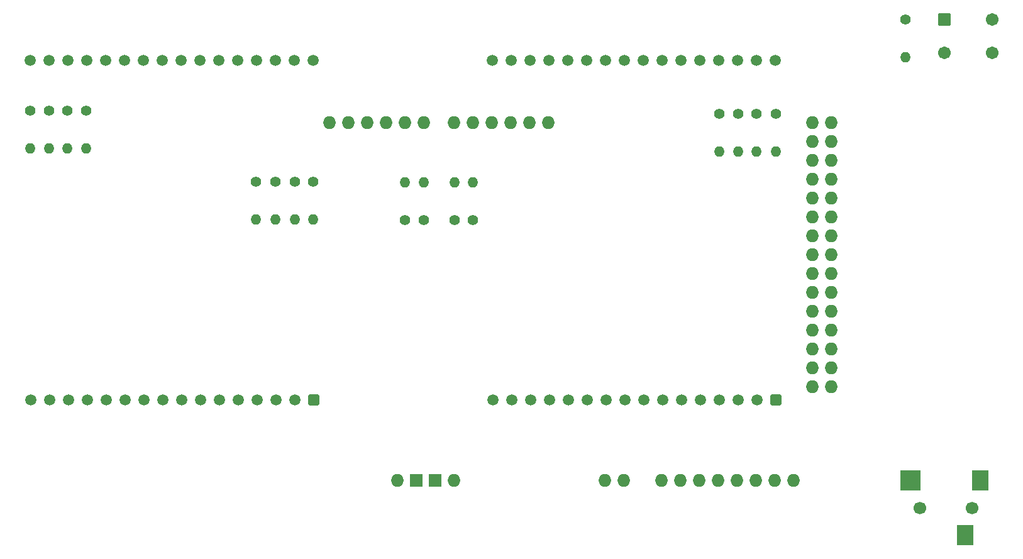
<source format=gbr>
%TF.GenerationSoftware,KiCad,Pcbnew,8.0.2*%
%TF.CreationDate,2024-05-10T09:20:42-04:00*%
%TF.ProjectId,Anastasiya Volgina - PCB Design,416e6173-7461-4736-9979-6120566f6c67,rev?*%
%TF.SameCoordinates,Original*%
%TF.FileFunction,Soldermask,Top*%
%TF.FilePolarity,Negative*%
%FSLAX46Y46*%
G04 Gerber Fmt 4.6, Leading zero omitted, Abs format (unit mm)*
G04 Created by KiCad (PCBNEW 8.0.2) date 2024-05-10 09:20:42*
%MOMM*%
%LPD*%
G01*
G04 APERTURE LIST*
G04 Aperture macros list*
%AMRoundRect*
0 Rectangle with rounded corners*
0 $1 Rounding radius*
0 $2 $3 $4 $5 $6 $7 $8 $9 X,Y pos of 4 corners*
0 Add a 4 corners polygon primitive as box body*
4,1,4,$2,$3,$4,$5,$6,$7,$8,$9,$2,$3,0*
0 Add four circle primitives for the rounded corners*
1,1,$1+$1,$2,$3*
1,1,$1+$1,$4,$5*
1,1,$1+$1,$6,$7*
1,1,$1+$1,$8,$9*
0 Add four rect primitives between the rounded corners*
20,1,$1+$1,$2,$3,$4,$5,0*
20,1,$1+$1,$4,$5,$6,$7,0*
20,1,$1+$1,$6,$7,$8,$9,0*
20,1,$1+$1,$8,$9,$2,$3,0*%
G04 Aperture macros list end*
%ADD10C,1.400000*%
%ADD11O,1.400000X1.400000*%
%ADD12C,1.700000*%
%ADD13R,2.200000X2.800000*%
%ADD14R,2.800000X2.800000*%
%ADD15RoundRect,0.250000X-0.500000X-0.500000X0.500000X-0.500000X0.500000X0.500000X-0.500000X0.500000X0*%
%ADD16C,1.500000*%
%ADD17RoundRect,0.102000X-0.749000X-0.749000X0.749000X-0.749000X0.749000X0.749000X-0.749000X0.749000X0*%
%ADD18C,1.702000*%
%ADD19O,1.727200X1.727200*%
%ADD20R,1.727200X1.727200*%
G04 APERTURE END LIST*
D10*
%TO.C,R6*%
X225500000Y-105460000D03*
D11*
X225500000Y-110540000D03*
%TD*%
D10*
%TO.C,R17*%
X248000000Y-92760000D03*
D11*
X248000000Y-97840000D03*
%TD*%
D10*
%TO.C,R15*%
X165800000Y-114620000D03*
D11*
X165800000Y-119700000D03*
%TD*%
D12*
%TO.C,J1*%
X257000000Y-158500000D03*
X250000000Y-158500000D03*
D13*
X256100000Y-162200000D03*
X258100000Y-154800000D03*
D14*
X248700000Y-154800000D03*
%TD*%
D10*
%TO.C,R9*%
X130200000Y-105000000D03*
D11*
X130200000Y-110080000D03*
%TD*%
D10*
%TO.C,R11*%
X135200000Y-105000000D03*
D11*
X135200000Y-110080000D03*
%TD*%
D10*
%TO.C,R8*%
X230600000Y-105460000D03*
D11*
X230600000Y-110540000D03*
%TD*%
D10*
%TO.C,R1*%
X180600000Y-119740000D03*
D11*
X180600000Y-114660000D03*
%TD*%
D10*
%TO.C,R3*%
X187300000Y-119780000D03*
D11*
X187300000Y-114700000D03*
%TD*%
D15*
%TO.C,D2*%
X168340000Y-144000000D03*
D16*
X165800000Y-144000000D03*
X163260000Y-144000000D03*
X160720000Y-144000000D03*
X158180000Y-144000000D03*
X155640000Y-144000000D03*
X153100000Y-144000000D03*
X150560000Y-144000000D03*
X148020000Y-144000000D03*
X145480000Y-144000000D03*
X142940000Y-144000000D03*
X140400000Y-144000000D03*
X137860000Y-144000000D03*
X135320000Y-144000000D03*
X132780000Y-144000000D03*
X130240000Y-144000000D03*
X130145037Y-98279543D03*
X132685037Y-98279543D03*
X135225037Y-98279543D03*
X137765037Y-98279543D03*
X140305037Y-98279543D03*
X142845037Y-98279543D03*
X145385037Y-98279543D03*
X147925037Y-98279543D03*
X150465037Y-98279543D03*
X153005037Y-98279543D03*
X155545037Y-98279543D03*
X158085037Y-98279543D03*
X160625037Y-98279543D03*
X163165037Y-98279543D03*
X165705037Y-98279543D03*
X168245037Y-98279543D03*
%TD*%
D10*
%TO.C,R12*%
X137700000Y-105000000D03*
D11*
X137700000Y-110080000D03*
%TD*%
D10*
%TO.C,R13*%
X160600000Y-114620000D03*
D11*
X160600000Y-119700000D03*
%TD*%
D10*
%TO.C,R2*%
X183200000Y-119740000D03*
D11*
X183200000Y-114660000D03*
%TD*%
D10*
%TO.C,R5*%
X223000000Y-105460000D03*
D11*
X223000000Y-110540000D03*
%TD*%
D10*
%TO.C,R14*%
X163200000Y-114620000D03*
D11*
X163200000Y-119700000D03*
%TD*%
D10*
%TO.C,R4*%
X189800000Y-119780000D03*
D11*
X189800000Y-114700000D03*
%TD*%
D17*
%TO.C,SW1*%
X253250000Y-92750000D03*
D18*
X259750000Y-92750000D03*
X253250000Y-97250000D03*
X259750000Y-97250000D03*
%TD*%
D10*
%TO.C,R10*%
X132700000Y-105000000D03*
D11*
X132700000Y-110080000D03*
%TD*%
D10*
%TO.C,R16*%
X168300000Y-114620000D03*
D11*
X168300000Y-119700000D03*
%TD*%
D10*
%TO.C,R7*%
X228000000Y-105460000D03*
D11*
X228000000Y-110540000D03*
%TD*%
D15*
%TO.C,D1*%
X230594963Y-144000000D03*
D16*
X228054963Y-144000000D03*
X225514963Y-144000000D03*
X222974963Y-144000000D03*
X220434963Y-144000000D03*
X217894963Y-144000000D03*
X215354963Y-144000000D03*
X212814963Y-144000000D03*
X210274963Y-144000000D03*
X207734963Y-144000000D03*
X205194963Y-144000000D03*
X202654963Y-144000000D03*
X200114963Y-144000000D03*
X197574963Y-144000000D03*
X195034963Y-144000000D03*
X192494963Y-144000000D03*
X192400000Y-98279543D03*
X194940000Y-98279543D03*
X197480000Y-98279543D03*
X200020000Y-98279543D03*
X202560000Y-98279543D03*
X205100000Y-98279543D03*
X207640000Y-98279543D03*
X210180000Y-98279543D03*
X212720000Y-98279543D03*
X215260000Y-98279543D03*
X217800000Y-98279543D03*
X220340000Y-98279543D03*
X222880000Y-98279543D03*
X225420000Y-98279543D03*
X227960000Y-98279543D03*
X230500000Y-98279543D03*
%TD*%
D19*
%TO.C,A1*%
X179630000Y-154850000D03*
X235500000Y-106600000D03*
X238040000Y-106600000D03*
X207570000Y-154850000D03*
X210110000Y-154850000D03*
X215190000Y-154850000D03*
X217730000Y-154850000D03*
X220270000Y-154850000D03*
X222810000Y-154850000D03*
X225350000Y-154850000D03*
X227890000Y-154850000D03*
X230430000Y-154850000D03*
X232970000Y-154850000D03*
X199940000Y-106600000D03*
X197400000Y-106600000D03*
X194860000Y-106600000D03*
X192320000Y-106600000D03*
X189780000Y-106600000D03*
X187240000Y-106600000D03*
X183176000Y-106600000D03*
X180636000Y-106600000D03*
X178096000Y-106600000D03*
X175556000Y-106600000D03*
X173016000Y-106600000D03*
X170476000Y-106600000D03*
X235500000Y-109140000D03*
X238040000Y-109140000D03*
X235500000Y-111680000D03*
X238040000Y-111680000D03*
X235500000Y-114220000D03*
X238040000Y-114220000D03*
X235500000Y-116760000D03*
X238040000Y-116760000D03*
X235500000Y-119300000D03*
X238040000Y-119300000D03*
X235500000Y-121840000D03*
X238040000Y-121840000D03*
X235500000Y-124380000D03*
X238040000Y-124380000D03*
X235500000Y-126920000D03*
X238040000Y-126920000D03*
X235500000Y-129460000D03*
X238040000Y-129460000D03*
X235500000Y-132000000D03*
X238040000Y-132000000D03*
X235500000Y-134540000D03*
X238040000Y-134540000D03*
X235500000Y-137080000D03*
X238040000Y-137080000D03*
X235500000Y-139620000D03*
X238040000Y-139620000D03*
X235500000Y-142160000D03*
X238040000Y-142160000D03*
D20*
X182170000Y-154850000D03*
X184710000Y-154850000D03*
D19*
X187250000Y-154850000D03*
%TD*%
M02*

</source>
